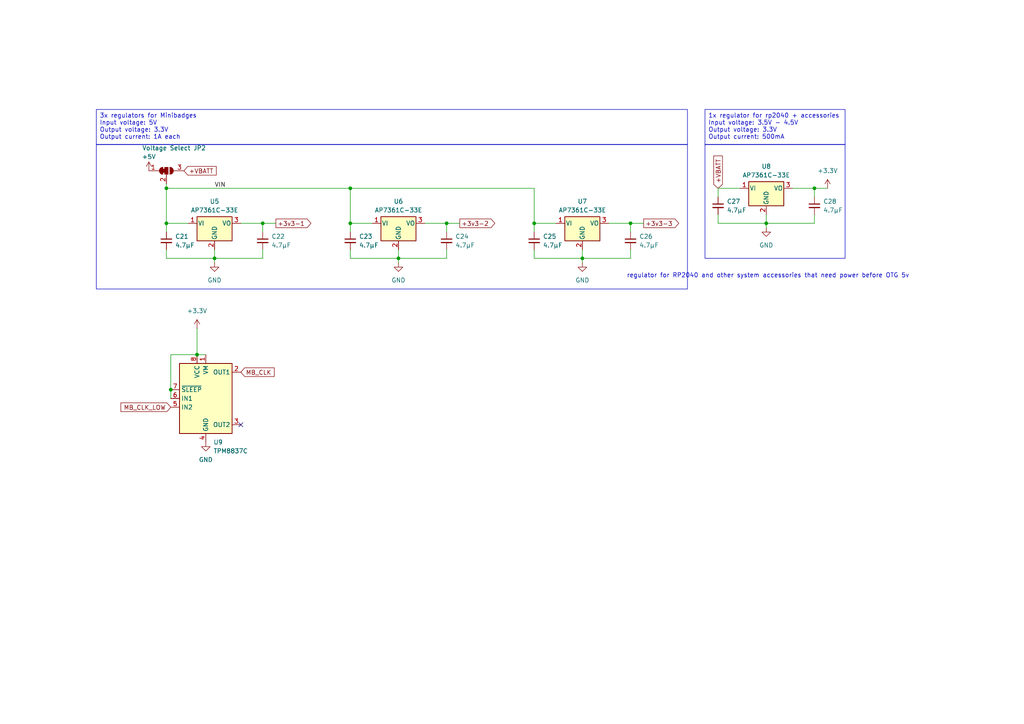
<source format=kicad_sch>
(kicad_sch (version 20231120) (generator "eeschema") (generator_version "8.0")
  (paper "A4")
  (lib_symbols
    (symbol "Device:C_Small" (pin_numbers hide) (pin_names (offset 0.254) hide)
      (property "Reference" "C" (at 0.254 1.778 0))
      (property "Value" "C_Small" (at 0.254 -2.032 0))
      (symbol "C_Small_0_1"
        (polyline (pts (xy -1.524 -0.508) (xy 1.524 -0.508)) (stroke (width 0.3302)))
        (polyline (pts (xy -1.524 0.508) (xy 1.524 0.508)) (stroke (width 0.3048)))
      )
      (symbol "C_Small_1_1"
        (pin passive line (at 0 2.54 270) (length 2.032) (name "~") (number "1"))
        (pin passive line (at 0 -2.54 90) (length 2.032) (name "~") (number "2"))
      )
    )
    (symbol "Driver_Motor:DRV8837C"
      (property "Reference" "U" (at 6.35 11.43 0))
      (property "Value" "DRV8837C" (at -10.16 11.43 0))
      (symbol "DRV8837C_0_1"
        (rectangle (start -7.62 10.16) (end 7.62 -10.16) (stroke (width 0.254)) (fill (type background)))
      )
      (symbol "DRV8837C_1_1"
        (pin power_in line (at 0 12.7 270) (length 2.54) (name "VM") (number "1"))
        (pin output line (at 10.16 7.62 180) (length 2.54) (name "OUT1") (number "2"))
        (pin output line (at 10.16 -7.62 180) (length 2.54) (name "OUT2") (number "3"))
        (pin power_in line (at 0 -12.7 90) (length 2.54) (name "GND") (number "4"))
        (pin input line (at -10.16 -2.54 0) (length 2.54) (name "IN2") (number "5"))
        (pin input line (at -10.16 0 0) (length 2.54) (name "IN1") (number "6"))
        (pin input line (at -10.16 2.54 0) (length 2.54) (name "~{SLEEP}") (number "7"))
        (pin power_in line (at -2.54 12.7 270) (length 2.54) (name "VCC") (number "8"))
        (pin passive line (at 0 -12.7 90) (length 2.54) hide (name "GND") (number "9"))
      )
    )
    (symbol "Jumper:SolderJumper_3_Bridged12" (pin_names (offset 0) hide) (exclude_from_sim yes) (in_bom no)
      (property "Reference" "JP" (at -2.54 -2.54 0))
      (property "Value" "SolderJumper_3_Bridged12" (at 0 2.794 0))
      (symbol "SolderJumper_3_Bridged12_0_1"
        (rectangle (start -1.016 0.508) (end -0.508 -0.508) (fill (type outline)))
        (arc (start -1.016 1.016) (mid -2.0276 0) (end -1.016 -1.016))
        (arc (start -1.016 1.016) (mid -2.0276 0) (end -1.016 -1.016) (fill (type outline)))
        (rectangle (start -0.508 1.016) (end 0.508 -1.016) (fill (type outline)))
        (polyline (pts (xy -2.54 0) (xy -2.032 0)))
        (polyline (pts (xy -1.016 1.016) (xy -1.016 -1.016)))
        (polyline (pts (xy 0 -1.27) (xy 0 -1.016)))
        (polyline (pts (xy 1.016 1.016) (xy 1.016 -1.016)))
        (polyline (pts (xy 2.54 0) (xy 2.032 0)))
        (arc (start 1.016 -1.016) (mid 2.0276 0) (end 1.016 1.016))
        (arc (start 1.016 -1.016) (mid 2.0276 0) (end 1.016 1.016) (fill (type outline)))
      )
      (symbol "SolderJumper_3_Bridged12_1_1"
        (pin passive line (at -5.08 0 0) (length 2.54) (name "A") (number "1"))
        (pin passive line (at 0 -3.81 90) (length 2.54) (name "C") (number "2"))
        (pin passive line (at 5.08 0 180) (length 2.54) (name "B") (number "3"))
      )
    )
    (symbol "Regulator_Linear:AP7361C-33E" (pin_names (offset 0.254))
      (property "Reference" "U" (at -3.81 3.175 0))
      (property "Value" "AP7361C-33E" (at 0 3.175 0))
      (symbol "AP7361C-33E_0_1"
        (rectangle (start -5.08 -5.08) (end 5.08 1.905) (stroke (width 0.254)) (fill (type background)))
      )
      (symbol "AP7361C-33E_1_1"
        (pin power_in line (at -7.62 0 0) (length 2.54) (name "VI") (number "1"))
        (pin power_in line (at 0 -7.62 90) (length 2.54) (name "GND") (number "2"))
        (pin power_out line (at 7.62 0 180) (length 2.54) (name "VO") (number "3"))
      )
    )
    (symbol "power:+3.3V" (power) (pin_numbers hide) (pin_names (offset 0) hide)
      (property "Value" "+3.3V" (at 0 3.556 0))
      (symbol "+3.3V_0_1"
        (polyline (pts (xy -0.762 1.27) (xy 0 2.54)))
        (polyline (pts (xy 0 0) (xy 0 2.54)))
        (polyline (pts (xy 0 2.54) (xy 0.762 1.27)))
      )
      (symbol "+3.3V_1_1"
        (pin power_in line (at 0 0 90) (length 0) (name "~") (number "1"))
      )
    )
    (symbol "power:+5V" (power) (pin_numbers hide) (pin_names (offset 0) hide)
      (property "Value" "+5V" (at 0 3.556 0))
      (symbol "+5V_0_1"
        (polyline (pts (xy -0.762 1.27) (xy 0 2.54)))
        (polyline (pts (xy 0 0) (xy 0 2.54)))
        (polyline (pts (xy 0 2.54) (xy 0.762 1.27)))
      )
      (symbol "+5V_1_1"
        (pin power_in line (at 0 0 90) (length 0) (name "~") (number "1"))
      )
    )
    (symbol "power:GND" (power) (pin_numbers hide) (pin_names (offset 0) hide)
      (property "Value" "GND" (at 0 -3.81 0))
      (symbol "GND_0_1"
        (polyline (pts (xy 0 0) (xy 0 -1.27) (xy 1.27 -1.27) (xy 0 -2.54) (xy -1.27 -1.27) (xy 0 -1.27)))
      )
      (symbol "GND_1_1"
        (pin power_in line (at 0 0 270) (length 0) (name "~") (number "1"))
      )
    )
  )
  (junction (at 49.53 113.03))
  (junction (at 129.54 64.77))
  (junction (at 101.6 64.77))
  (junction (at 101.6 54.61))
  (junction (at 76.2 64.77))
  (junction (at 182.88 64.77))
  (junction (at 48.26 54.61))
  (junction (at 222.25 64.77))
  (junction (at 57.15 102.87))
  (junction (at 236.22 54.61))
  (junction (at 154.94 64.77))
  (junction (at 48.26 64.77))
  (junction (at 168.91 74.93))
  (junction (at 115.57 74.93))
  (junction (at 62.23 74.93))
  (no_connect (at 69.85 123.19))
  (wire (pts (xy 154.94 64.77) (xy 161.29 64.77)))
  (wire (pts (xy 101.6 64.77) (xy 107.95 64.77)))
  (wire (pts (xy 240.03 54.61) (xy 236.22 54.61)))
  (wire (pts (xy 154.94 72.39) (xy 154.94 74.93)))
  (wire (pts (xy 101.6 54.61) (xy 154.94 54.61)))
  (wire (pts (xy 236.22 57.15) (xy 236.22 54.61)))
  (wire (pts (xy 115.57 74.93) (xy 115.57 76.2)))
  (wire (pts (xy 49.53 113.03) (xy 49.53 115.57)))
  (wire (pts (xy 208.28 64.77) (xy 222.25 64.77)))
  (wire (pts (xy 229.87 54.61) (xy 236.22 54.61)))
  (wire (pts (xy 48.26 53.34) (xy 48.26 54.61)))
  (wire (pts (xy 236.22 62.23) (xy 236.22 64.77)))
  (wire (pts (xy 48.26 72.39) (xy 48.26 74.93)))
  (wire (pts (xy 222.25 62.23) (xy 222.25 64.77)))
  (wire (pts (xy 208.28 62.23) (xy 208.28 64.77)))
  (wire (pts (xy 69.85 64.77) (xy 76.2 64.77)))
  (wire (pts (xy 57.15 95.25) (xy 57.15 102.87)))
  (wire (pts (xy 154.94 54.61) (xy 154.94 64.77)))
  (wire (pts (xy 182.88 74.93) (xy 168.91 74.93)))
  (wire (pts (xy 182.88 72.39) (xy 182.88 74.93)))
  (wire (pts (xy 101.6 72.39) (xy 101.6 74.93)))
  (wire (pts (xy 129.54 74.93) (xy 115.57 74.93)))
  (wire (pts (xy 48.26 54.61) (xy 48.26 64.77)))
  (wire (pts (xy 208.28 54.61) (xy 214.63 54.61)))
  (wire (pts (xy 48.26 64.77) (xy 54.61 64.77)))
  (wire (pts (xy 129.54 67.31) (xy 129.54 64.77)))
  (wire (pts (xy 222.25 64.77) (xy 222.25 66.04)))
  (wire (pts (xy 168.91 72.39) (xy 168.91 74.93)))
  (wire (pts (xy 48.26 64.77) (xy 48.26 67.31)))
  (wire (pts (xy 168.91 74.93) (xy 168.91 76.2)))
  (wire (pts (xy 57.15 102.87) (xy 59.69 102.87)))
  (wire (pts (xy 101.6 74.93) (xy 115.57 74.93)))
  (wire (pts (xy 76.2 74.93) (xy 62.23 74.93)))
  (wire (pts (xy 182.88 67.31) (xy 182.88 64.77)))
  (wire (pts (xy 80.01 64.77) (xy 76.2 64.77)))
  (wire (pts (xy 129.54 72.39) (xy 129.54 74.93)))
  (wire (pts (xy 62.23 72.39) (xy 62.23 74.93)))
  (wire (pts (xy 76.2 67.31) (xy 76.2 64.77)))
  (wire (pts (xy 48.26 54.61) (xy 101.6 54.61)))
  (wire (pts (xy 176.53 64.77) (xy 182.88 64.77)))
  (wire (pts (xy 62.23 74.93) (xy 62.23 76.2)))
  (wire (pts (xy 133.35 64.77) (xy 129.54 64.77)))
  (wire (pts (xy 115.57 72.39) (xy 115.57 74.93)))
  (wire (pts (xy 49.53 102.87) (xy 49.53 113.03)))
  (wire (pts (xy 76.2 72.39) (xy 76.2 74.93)))
  (wire (pts (xy 154.94 64.77) (xy 154.94 67.31)))
  (wire (pts (xy 48.26 74.93) (xy 62.23 74.93)))
  (wire (pts (xy 208.28 54.61) (xy 208.28 57.15)))
  (wire (pts (xy 101.6 64.77) (xy 101.6 67.31)))
  (wire (pts (xy 154.94 74.93) (xy 168.91 74.93)))
  (wire (pts (xy 236.22 64.77) (xy 222.25 64.77)))
  (wire (pts (xy 57.15 102.87) (xy 49.53 102.87)))
  (wire (pts (xy 123.19 64.77) (xy 129.54 64.77)))
  (wire (pts (xy 186.69 64.77) (xy 182.88 64.77)))
  (wire (pts (xy 101.6 54.61) (xy 101.6 64.77)))
  (rectangle (start 204.47 41.91) (end 245.11 74.93))
  (rectangle (start 27.94 41.91) (end 199.39 83.82))
  (text_box "1x regulator for rp2040 + accessories\nInput voltage: 3.5V - 4.5V\nOutput voltage: 3.3V\nOutput current: 500mA" (at 204.47 31.75 0) (size 40.64 10.16) (effects (font (size 1.27 1.27)) (justify left top)))
  (text_box "3x regulators for Minibadges\nInput voltage: 5V\nOutput voltage: 3.3V\nOutput current: 1A each" (at 27.94 31.75 0) (size 171.45 10.16) (effects (font (size 1.27 1.27)) (justify left top)))
  (text "regulator for RP2040 and other system accessories that need power before OTG 5v" (at 222.758 80.01 0) (effects (font (size 1.27 1.27))))
  (label "VIN" (at 62.23 54.61 0))
  (global_label "+3v3-2" (shape output) (at 133.35 64.77 0) (property "Intersheetrefs" "${INTERSHEET_REFS}" (effects (hide yes))))
  (global_label "MB_CLK_LOW" (shape input) (at 49.53 118.11 180) (property "Intersheetrefs" "${INTERSHEET_REFS}" (effects (hide yes))))
  (global_label "+3v3-1" (shape output) (at 80.01 64.77 0) (property "Intersheetrefs" "${INTERSHEET_REFS}" (effects (hide yes))))
  (global_label "+VBATT" (shape input) (at 208.28 54.61 90) (property "Intersheetrefs" "${INTERSHEET_REFS}" (effects (hide yes))))
  (global_label "MB_CLK" (shape input) (at 69.85 107.95 0) (property "Intersheetrefs" "${INTERSHEET_REFS}" (effects (hide yes))))
  (global_label "+3v3-3" (shape output) (at 186.69 64.77 0) (property "Intersheetrefs" "${INTERSHEET_REFS}" (effects (hide yes))))
  (global_label "+VBATT" (shape input) (at 53.34 49.53 0) (property "Intersheetrefs" "${INTERSHEET_REFS}" (effects (hide yes))))
  (symbol (lib_id "power:GND") (at 62.23 76.2 0) (unit 1)
    (property "Reference" "#PWR033" (effects (hide yes)))
    (property "Value" "GND" (at 62.23 81.28 0))
    (property "Description" "Power symbol creates a global label with name \"GND\" , ground" (effects (hide yes)))
  )
  (symbol (lib_id "Device:C_Small") (at 101.6 69.85 0) (unit 1)
    (property "Reference" "C23" (at 104.14 68.5862 0) (effects (justify left)))
    (property "Value" "4.7μF" (at 104.14 71.1262 0) (effects (justify left)))
    (property "Footprint" "Capacitor_SMD:C_0603_1608Metric" (effects (hide yes)))
    (property "Description" "Unpolarized capacitor, small symbol" (effects (hide yes)))
  )
  (symbol (lib_id "Device:C_Small") (at 236.22 59.69 0) (unit 1)
    (property "Reference" "C28" (at 238.76 58.4262 0) (effects (justify left)))
    (property "Value" "4.7μF" (at 238.76 60.9662 0) (effects (justify left)))
    (property "Footprint" "Capacitor_SMD:C_0603_1608Metric" (effects (hide yes)))
    (property "Description" "Unpolarized capacitor, small symbol" (effects (hide yes)))
  )
  (symbol (lib_id "Regulator_Linear:AP7361C-33E") (at 222.25 54.61 0) (unit 1)
    (property "Reference" "U8" (at 222.25 48.26 0))
    (property "Value" "AP7361C-33E" (at 222.25 50.8 0))
    (property "Footprint" "Package_TO_SOT_SMD:SOT-223-3_TabPin2" (effects (hide yes)))
    (property "Datasheet" "https://www.diodes.com/assets/Datasheets/AP7361C.pdf" (effects (hide yes)))
    (property "Description" "1A Low Dropout regulator, positive, 3.3V fixed output, SOT-223" (effects (hide yes)))
  )
  (symbol (lib_id "power:+5V") (at 43.18 49.53 0) (unit 1)
    (property "Reference" "#PWR034" (effects (hide yes)))
    (property "Value" "+5V" (at 43.18 45.466 0))
    (property "Description" "Power symbol creates a global label with name \"+5V\"" (effects (hide yes)))
  )
  (symbol (lib_id "Device:C_Small") (at 76.2 69.85 0) (unit 1)
    (property "Reference" "C22" (at 78.74 68.5862 0) (effects (justify left)))
    (property "Value" "4.7μF" (at 78.74 71.1262 0) (effects (justify left)))
    (property "Footprint" "Capacitor_SMD:C_0603_1608Metric" (effects (hide yes)))
    (property "Description" "Unpolarized capacitor, small symbol" (effects (hide yes)))
  )
  (symbol (lib_id "power:GND") (at 168.91 76.2 0) (unit 1)
    (property "Reference" "#PWR039" (effects (hide yes)))
    (property "Value" "GND" (at 168.91 81.28 0))
    (property "Description" "Power symbol creates a global label with name \"GND\" , ground" (effects (hide yes)))
  )
  (symbol (lib_id "power:+3.3V") (at 240.03 54.61 0) (unit 1)
    (property "Reference" "#PWR038" (effects (hide yes)))
    (property "Value" "+3.3V" (at 240.03 49.53 0))
    (property "Description" "Power symbol creates a global label with name \"+3.3V\"" (effects (hide yes)))
  )
  (symbol (lib_id "Device:C_Small") (at 48.26 69.85 0) (unit 1)
    (property "Reference" "C21" (at 50.8 68.5862 0) (effects (justify left)))
    (property "Value" "4.7μF" (at 50.8 71.1262 0) (effects (justify left)))
    (property "Footprint" "Capacitor_SMD:C_0603_1608Metric" (effects (hide yes)))
    (property "Description" "Unpolarized capacitor, small symbol" (effects (hide yes)))
  )
  (symbol (lib_id "power:+3.3V") (at 57.15 95.25 0) (unit 1)
    (property "Reference" "#PWR044" (effects (hide yes)))
    (property "Value" "+3.3V" (at 57.15 90.17 0))
    (property "Description" "Power symbol creates a global label with name \"+3.3V\"" (effects (hide yes)))
  )
  (symbol (lib_id "Jumper:SolderJumper_3_Bridged12") (at 48.26 49.53 0) (unit 1) (exclude_from_sim yes) (in_bom no)
    (property "Reference" "JP2" (at 57.912 42.926 0))
    (property "Value" "Voltage Select" (at 48.26 42.926 0))
    (property "Footprint" "Jumper:SolderJumper-3_P1.3mm_Bridged12_Pad1.0x1.5mm_NumberLabels" (effects (hide yes)))
    (property "Description" "3-pole Solder Jumper, pins 1+2 closed/bridged" (effects (hide yes)))
  )
  (symbol (lib_id "Device:C_Small") (at 208.28 59.69 0) (unit 1)
    (property "Reference" "C27" (at 210.82 58.4262 0) (effects (justify left)))
    (property "Value" "4.7μF" (at 210.82 60.9662 0) (effects (justify left)))
    (property "Footprint" "Capacitor_SMD:C_0603_1608Metric" (effects (hide yes)))
    (property "Description" "Unpolarized capacitor, small symbol" (effects (hide yes)))
  )
  (symbol (lib_id "Regulator_Linear:AP7361C-33E") (at 168.91 64.77 0) (unit 1)
    (property "Reference" "U7" (at 168.91 58.42 0))
    (property "Value" "AP7361C-33E" (at 168.91 60.96 0))
    (property "Footprint" "Package_TO_SOT_SMD:SOT-223-3_TabPin2" (effects (hide yes)))
    (property "Datasheet" "https://www.diodes.com/assets/Datasheets/AP7361C.pdf" (effects (hide yes)))
    (property "Description" "1A Low Dropout regulator, positive, 3.3V fixed output, SOT-223" (effects (hide yes)))
  )
  (symbol (lib_id "Device:C_Small") (at 182.88 69.85 0) (unit 1)
    (property "Reference" "C26" (at 185.42 68.5862 0) (effects (justify left)))
    (property "Value" "4.7μF" (at 185.42 71.1262 0) (effects (justify left)))
    (property "Footprint" "Capacitor_SMD:C_0603_1608Metric" (effects (hide yes)))
    (property "Description" "Unpolarized capacitor, small symbol" (effects (hide yes)))
  )
  (symbol (lib_id "Regulator_Linear:AP7361C-33E") (at 62.23 64.77 0) (unit 1)
    (property "Reference" "U5" (at 62.23 58.42 0))
    (property "Value" "AP7361C-33E" (at 62.23 60.96 0))
    (property "Footprint" "Package_TO_SOT_SMD:SOT-223-3_TabPin2" (effects (hide yes)))
    (property "Datasheet" "https://www.diodes.com/assets/Datasheets/AP7361C.pdf" (effects (hide yes)))
    (property "Description" "1A Low Dropout regulator, positive, 3.3V fixed output, SOT-223" (effects (hide yes)))
  )
  (symbol (lib_id "power:GND") (at 59.69 128.27 0) (unit 1)
    (property "Reference" "#PWR045" (effects (hide yes)))
    (property "Value" "GND" (at 59.69 133.35 0))
    (property "Description" "Power symbol creates a global label with name \"GND\" , ground" (effects (hide yes)))
  )
  (symbol (lib_id "Device:C_Small") (at 129.54 69.85 0) (unit 1)
    (property "Reference" "C24" (at 132.08 68.5862 0) (effects (justify left)))
    (property "Value" "4.7μF" (at 132.08 71.1262 0) (effects (justify left)))
    (property "Footprint" "Capacitor_SMD:C_0603_1608Metric" (effects (hide yes)))
    (property "Description" "Unpolarized capacitor, small symbol" (effects (hide yes)))
  )
  (symbol (lib_id "Driver_Motor:DRV8837C") (at 59.69 115.57 0) (unit 1)
    (property "Reference" "U9" (at 61.8841 128.27 0) (effects (justify left)))
    (property "Value" "TPM8837C" (at 61.8841 130.81 0) (effects (justify left)))
    (property "Footprint" "Package_SO:SOIC-8_3.9x4.9mm_P1.27mm" (effects (hide yes)))
    (property "Datasheet" "http://www.ti.com/lit/ds/symlink/drv8837c.pdf" (effects (hide yes)))
    (property "Description" "H-Bridge driver, 1A, Low Voltage, PWM input, WSON-8" (effects (hide yes)))
  )
  (symbol (lib_id "Device:C_Small") (at 154.94 69.85 0) (unit 1)
    (property "Reference" "C25" (at 157.48 68.5862 0) (effects (justify left)))
    (property "Value" "4.7μF" (at 157.48 71.1262 0) (effects (justify left)))
    (property "Footprint" "Capacitor_SMD:C_0603_1608Metric" (effects (hide yes)))
    (property "Description" "Unpolarized capacitor, small symbol" (effects (hide yes)))
  )
  (symbol (lib_id "power:GND") (at 222.25 66.04 0) (unit 1)
    (property "Reference" "#PWR040" (effects (hide yes)))
    (property "Value" "GND" (at 222.25 71.12 0))
    (property "Description" "Power symbol creates a global label with name \"GND\" , ground" (effects (hide yes)))
  )
  (symbol (lib_id "power:GND") (at 115.57 76.2 0) (unit 1)
    (property "Reference" "#PWR036" (effects (hide yes)))
    (property "Value" "GND" (at 115.57 81.28 0))
    (property "Description" "Power symbol creates a global label with name \"GND\" , ground" (effects (hide yes)))
  )
  (symbol (lib_id "Regulator_Linear:AP7361C-33E") (at 115.57 64.77 0) (unit 1)
    (property "Reference" "U6" (at 115.57 58.42 0))
    (property "Value" "AP7361C-33E" (at 115.57 60.96 0))
    (property "Footprint" "Package_TO_SOT_SMD:SOT-223-3_TabPin2" (effects (hide yes)))
    (property "Datasheet" "https://www.diodes.com/assets/Datasheets/AP7361C.pdf" (effects (hide yes)))
    (property "Description" "1A Low Dropout regulator, positive, 3.3V fixed output, SOT-223" (effects (hide yes)))
  )
)
</source>
